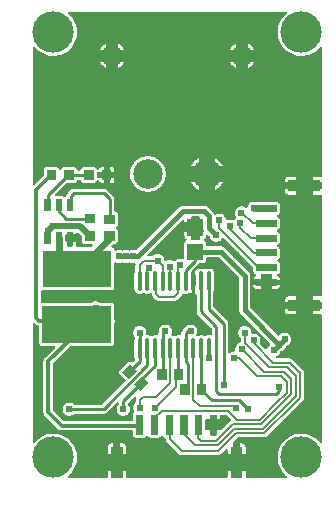
<source format=gbl>
G04 Layer: BottomLayer*
G04 EasyEDA v6.4.20.6, 2021-08-14T17:17:54+08:00*
G04 75774476de7741c18b808344251b3932,34bb6763e28e4bbdb854ef51fa08daf4,10*
G04 Gerber Generator version 0.2*
G04 Scale: 100 percent, Rotated: No, Reflected: No *
G04 Dimensions in millimeters *
G04 leading zeros omitted , absolute positions ,4 integer and 5 decimal *
%FSLAX45Y45*%
%MOMM*%

%ADD10C,0.2540*%
%ADD11C,0.2000*%
%ADD12C,0.6000*%
%ADD13C,0.5000*%
%ADD14C,0.4000*%
%ADD15C,0.6096*%
%ADD27C,2.5000*%
%ADD28C,1.8000*%
%ADD29C,3.5000*%
%ADD30C,0.3000*%
%ADD31C,0.3640*%
%ADD32R,1.3500X1.4100*%
%ADD35R,0.8640X0.8065*%
%ADD37R,5.8200X3.1240*%

%LPD*%
G36*
X-168960Y-2021230D02*
G01*
X-172821Y-2020468D01*
X-176123Y-2018284D01*
X-178358Y-2014982D01*
X-179120Y-2011070D01*
X-179120Y-1974748D01*
X-187909Y-1974748D01*
X-191820Y-1973986D01*
X-195122Y-1971802D01*
X-197307Y-1968500D01*
X-198069Y-1964588D01*
X-198069Y-1943862D01*
X-198983Y-1933702D01*
X-200253Y-1928926D01*
X-200609Y-1926336D01*
X-200609Y-1922221D01*
X-199847Y-1918309D01*
X-197612Y-1915058D01*
X-194310Y-1912823D01*
X-190449Y-1912061D01*
X-179120Y-1912061D01*
X-179120Y-1906473D01*
X-178155Y-1902206D01*
X-175463Y-1898700D01*
X-171602Y-1896668D01*
X-163322Y-1894433D01*
X-160985Y-1893366D01*
X-156667Y-1892401D01*
X-149098Y-1892401D01*
X-145186Y-1893163D01*
X-141884Y-1895398D01*
X-139700Y-1898700D01*
X-138938Y-1902561D01*
X-138938Y-1912061D01*
X-105613Y-1912061D01*
X-105613Y-1907844D01*
X-104851Y-1903984D01*
X-102616Y-1900682D01*
X-99314Y-1898446D01*
X-95453Y-1897684D01*
X-91541Y-1898446D01*
X-88239Y-1900682D01*
X-59385Y-1929536D01*
X-57200Y-1932838D01*
X-56388Y-1936750D01*
X-56388Y-1969262D01*
X-55676Y-1975612D01*
X-53797Y-1981047D01*
X-50698Y-1985975D01*
X-46634Y-1990039D01*
X-41706Y-1993138D01*
X-36271Y-1995068D01*
X-29921Y-1995779D01*
X21590Y-1995779D01*
X25450Y-1996541D01*
X28752Y-1998725D01*
X30937Y-2002028D01*
X31750Y-2005939D01*
X30937Y-2009800D01*
X28752Y-2013102D01*
X23571Y-2018284D01*
X20269Y-2020468D01*
X16408Y-2021230D01*
X-100279Y-2021230D01*
X-104495Y-2020316D01*
X-107950Y-2017775D01*
X-110032Y-2014016D01*
X-110388Y-2009749D01*
X-108254Y-2004618D01*
X-106324Y-1999183D01*
X-105613Y-1992833D01*
X-105613Y-1974748D01*
X-138938Y-1974748D01*
X-138938Y-2011070D01*
X-139700Y-2014982D01*
X-141884Y-2018284D01*
X-145186Y-2020468D01*
X-149098Y-2021230D01*
G37*

%LPD*%
G36*
X724966Y-2139645D02*
G01*
X721004Y-2139594D01*
X717397Y-2137968D01*
X713994Y-2135581D01*
X705053Y-2131466D01*
X695604Y-2128926D01*
X685800Y-2128062D01*
X675995Y-2128926D01*
X666546Y-2131466D01*
X657606Y-2135581D01*
X656132Y-2136648D01*
X652221Y-2138324D01*
X648004Y-2138222D01*
X644194Y-2136444D01*
X641400Y-2133244D01*
X640181Y-2129231D01*
X639673Y-2123795D01*
X637133Y-2114346D01*
X633018Y-2105406D01*
X627380Y-2097379D01*
X620420Y-2090420D01*
X612394Y-2084781D01*
X603453Y-2080666D01*
X594004Y-2078126D01*
X584200Y-2077262D01*
X574395Y-2078126D01*
X564946Y-2080666D01*
X556006Y-2084781D01*
X547979Y-2090420D01*
X543712Y-2094738D01*
X540410Y-2096922D01*
X536498Y-2097684D01*
X506374Y-2097684D01*
X502462Y-2096922D01*
X499160Y-2094738D01*
X496976Y-2091436D01*
X496214Y-2087524D01*
X496976Y-2083663D01*
X499160Y-2080361D01*
X790956Y-1788566D01*
X794258Y-1786382D01*
X798118Y-1785620D01*
X802030Y-1786382D01*
X805332Y-1788566D01*
X807516Y-1791868D01*
X808278Y-1795780D01*
X808278Y-1811223D01*
X861618Y-1811223D01*
X861618Y-1770583D01*
X862380Y-1766671D01*
X864565Y-1763369D01*
X867867Y-1761185D01*
X871778Y-1760423D01*
X931621Y-1760423D01*
X935532Y-1761185D01*
X938834Y-1763369D01*
X941019Y-1766671D01*
X941781Y-1770583D01*
X941781Y-1811223D01*
X959916Y-1811223D01*
X963828Y-1811985D01*
X967130Y-1814169D01*
X969314Y-1817471D01*
X970076Y-1821383D01*
X970127Y-1855978D01*
X971346Y-1864715D01*
X974039Y-1872742D01*
X977696Y-1879295D01*
X978966Y-1883308D01*
X978458Y-1887474D01*
X976325Y-1891080D01*
X972921Y-1893519D01*
X968806Y-1894382D01*
X941781Y-1894382D01*
X941781Y-1952243D01*
X941019Y-1956104D01*
X938834Y-1959406D01*
X935532Y-1961642D01*
X931621Y-1962404D01*
X871778Y-1962404D01*
X867867Y-1961642D01*
X864565Y-1959406D01*
X862380Y-1956104D01*
X861618Y-1952243D01*
X861618Y-1894382D01*
X808278Y-1894382D01*
X808278Y-1922729D01*
X808990Y-1929028D01*
X810920Y-1934514D01*
X814019Y-1939391D01*
X818083Y-1943506D01*
X823976Y-1947214D01*
X826922Y-1950008D01*
X828497Y-1953768D01*
X828497Y-1957832D01*
X826922Y-1961591D01*
X823976Y-1964385D01*
X818083Y-1968093D01*
X814019Y-1972208D01*
X810920Y-1977085D01*
X808990Y-1982571D01*
X808278Y-1988870D01*
X808278Y-2109470D01*
X807516Y-2113432D01*
X805230Y-2116734D01*
X801878Y-2118918D01*
X797915Y-2119630D01*
X784504Y-2116226D01*
X774700Y-2115362D01*
X764895Y-2116226D01*
X755446Y-2118766D01*
X746506Y-2122881D01*
X738479Y-2128520D01*
X728675Y-2138222D01*
G37*

%LPD*%
G36*
X1193546Y-2916275D02*
G01*
X1189126Y-2916072D01*
X1185214Y-2914040D01*
X1182573Y-2910586D01*
X1181608Y-2906268D01*
X1181608Y-2667508D01*
X1180795Y-2659481D01*
X1178610Y-2652268D01*
X1175054Y-2645562D01*
X1169924Y-2639364D01*
X1058011Y-2527401D01*
X1055776Y-2524099D01*
X1055014Y-2520188D01*
X1055014Y-2395880D01*
X1056081Y-2391359D01*
X1057503Y-2388514D01*
X1059738Y-2380691D01*
X1060500Y-2372156D01*
X1060500Y-2235250D01*
X1059738Y-2226716D01*
X1057503Y-2218893D01*
X1053846Y-2211628D01*
X1048969Y-2205126D01*
X1042974Y-2199640D01*
X1036015Y-2195372D01*
X1028446Y-2192426D01*
X1020470Y-2190902D01*
X1012342Y-2190902D01*
X1004316Y-2192426D01*
X996746Y-2195372D01*
X989228Y-2199995D01*
X985774Y-2201367D01*
X982014Y-2201367D01*
X978560Y-2199995D01*
X971042Y-2195372D01*
X963472Y-2192426D01*
X955446Y-2190902D01*
X947318Y-2190902D01*
X939342Y-2192426D01*
X931773Y-2195372D01*
X924255Y-2199995D01*
X920750Y-2201367D01*
X917041Y-2201367D01*
X913536Y-2199995D01*
X909828Y-2197709D01*
X907135Y-2195271D01*
X905459Y-2192020D01*
X905052Y-2188413D01*
X905916Y-2184908D01*
X907999Y-2181910D01*
X928624Y-2161235D01*
X930554Y-2158898D01*
X934059Y-2156206D01*
X938428Y-2155190D01*
X968654Y-2155190D01*
X974953Y-2154478D01*
X980389Y-2152599D01*
X985316Y-2149500D01*
X989380Y-2145436D01*
X992479Y-2140508D01*
X994410Y-2135073D01*
X995121Y-2128723D01*
X995121Y-2114854D01*
X995883Y-2110994D01*
X998067Y-2107692D01*
X1001369Y-2105456D01*
X1005281Y-2104694D01*
X1095756Y-2104694D01*
X1099667Y-2105456D01*
X1102969Y-2107692D01*
X1271930Y-2276652D01*
X1274114Y-2279954D01*
X1274876Y-2283815D01*
X1274927Y-2554478D01*
X1276146Y-2563215D01*
X1278839Y-2571242D01*
X1282954Y-2578608D01*
X1288694Y-2585516D01*
X1533906Y-2830728D01*
X1536293Y-2834436D01*
X1536852Y-2838805D01*
X1535531Y-2843022D01*
X1532585Y-2846273D01*
X1530908Y-2847441D01*
X1523949Y-2854350D01*
X1518310Y-2862427D01*
X1514144Y-2871317D01*
X1512976Y-2875737D01*
X1511046Y-2879496D01*
X1507794Y-2882188D01*
X1503680Y-2883255D01*
X1499514Y-2882595D01*
X1495958Y-2880309D01*
X1452321Y-2836672D01*
X1450340Y-2833776D01*
X1449425Y-2830372D01*
X1449730Y-2826867D01*
X1452473Y-2816504D01*
X1453337Y-2806700D01*
X1452473Y-2796895D01*
X1449933Y-2787446D01*
X1445818Y-2778506D01*
X1440180Y-2770479D01*
X1433220Y-2763520D01*
X1425194Y-2757881D01*
X1416253Y-2753766D01*
X1406804Y-2751226D01*
X1397000Y-2750362D01*
X1388059Y-2751124D01*
X1384096Y-2750718D01*
X1380642Y-2748788D01*
X1378153Y-2745689D01*
X1377035Y-2741879D01*
X1376273Y-2733395D01*
X1373733Y-2723946D01*
X1369618Y-2715006D01*
X1363980Y-2706979D01*
X1357020Y-2700020D01*
X1348994Y-2694381D01*
X1340053Y-2690266D01*
X1330604Y-2687726D01*
X1320800Y-2686862D01*
X1310995Y-2687726D01*
X1301546Y-2690266D01*
X1292606Y-2694381D01*
X1284579Y-2700020D01*
X1277620Y-2706979D01*
X1271981Y-2715006D01*
X1267866Y-2723946D01*
X1265326Y-2733395D01*
X1264462Y-2743200D01*
X1265326Y-2753004D01*
X1267866Y-2762453D01*
X1271981Y-2771394D01*
X1277620Y-2779420D01*
X1281938Y-2783687D01*
X1284122Y-2786989D01*
X1284884Y-2790901D01*
X1284884Y-2819806D01*
X1283919Y-2824073D01*
X1281277Y-2827578D01*
X1267206Y-2834081D01*
X1259179Y-2839720D01*
X1252220Y-2846679D01*
X1246581Y-2854706D01*
X1242466Y-2863646D01*
X1239926Y-2873095D01*
X1239062Y-2882900D01*
X1239824Y-2891840D01*
X1239418Y-2895803D01*
X1237488Y-2899257D01*
X1234389Y-2901746D01*
X1230579Y-2902864D01*
X1222095Y-2903626D01*
X1212646Y-2906166D01*
X1203706Y-2910281D01*
X1197610Y-2914599D01*
G37*

%LPD*%
G36*
X-207467Y-3489706D02*
G01*
X-211328Y-3488944D01*
X-214629Y-3486708D01*
X-299008Y-3402329D01*
X-301193Y-3399028D01*
X-302006Y-3395167D01*
X-302006Y-3005632D01*
X-301193Y-3001772D01*
X-299008Y-2998470D01*
X-159105Y-2858566D01*
X-155803Y-2856331D01*
X-151892Y-2855569D01*
X188823Y-2855569D01*
X195173Y-2854858D01*
X200609Y-2852978D01*
X205536Y-2849880D01*
X209600Y-2845765D01*
X212699Y-2840888D01*
X214579Y-2835402D01*
X215290Y-2829102D01*
X215290Y-2669184D01*
X215646Y-2666542D01*
X218033Y-2657602D01*
X218897Y-2647797D01*
X218033Y-2637993D01*
X215646Y-2629052D01*
X215290Y-2626410D01*
X215290Y-2517851D01*
X214579Y-2511501D01*
X212699Y-2506065D01*
X209600Y-2501138D01*
X205536Y-2497074D01*
X200609Y-2493975D01*
X195173Y-2492095D01*
X188823Y-2491384D01*
X98450Y-2491384D01*
X95402Y-2490876D01*
X92608Y-2489504D01*
X85598Y-2484577D01*
X76657Y-2480462D01*
X67208Y-2477922D01*
X57404Y-2477058D01*
X47599Y-2477922D01*
X38150Y-2480462D01*
X29209Y-2484577D01*
X22199Y-2489504D01*
X19405Y-2490876D01*
X16357Y-2491384D01*
X-392023Y-2491384D01*
X-396494Y-2490978D01*
X-400202Y-2488895D01*
X-402691Y-2485440D01*
X-403606Y-2481275D01*
X-403606Y-2395524D01*
X-402691Y-2391359D01*
X-400202Y-2387955D01*
X-396494Y-2385872D01*
X-392023Y-2385466D01*
X188823Y-2385466D01*
X195173Y-2384755D01*
X200609Y-2382824D01*
X205486Y-2379776D01*
X209600Y-2375662D01*
X212699Y-2370785D01*
X214579Y-2365298D01*
X215290Y-2358999D01*
X215290Y-2155799D01*
X216103Y-2151837D01*
X218389Y-2148484D01*
X221843Y-2146350D01*
X225806Y-2145639D01*
X229768Y-2146604D01*
X239014Y-2150922D01*
X248513Y-2153462D01*
X258317Y-2154326D01*
X268071Y-2153462D01*
X277571Y-2150922D01*
X284124Y-2147874D01*
X288391Y-2146909D01*
X292709Y-2147874D01*
X299212Y-2150922D01*
X308711Y-2153462D01*
X318516Y-2154326D01*
X328269Y-2153462D01*
X337769Y-2150922D01*
X344322Y-2147874D01*
X348589Y-2146909D01*
X352907Y-2147874D01*
X359460Y-2150922D01*
X368909Y-2153462D01*
X378714Y-2154326D01*
X385216Y-2153767D01*
X389077Y-2154174D01*
X392480Y-2156002D01*
X394970Y-2158949D01*
X396189Y-2162657D01*
X395376Y-2172614D01*
X395376Y-2206294D01*
X394309Y-2210816D01*
X390296Y-2218893D01*
X388112Y-2226716D01*
X387299Y-2235250D01*
X387299Y-2372156D01*
X388112Y-2380691D01*
X390296Y-2388514D01*
X393954Y-2395778D01*
X398830Y-2402281D01*
X404825Y-2407767D01*
X411784Y-2412034D01*
X419354Y-2414981D01*
X427329Y-2416454D01*
X435457Y-2416454D01*
X443484Y-2414981D01*
X451053Y-2412034D01*
X458571Y-2407412D01*
X462026Y-2406040D01*
X465785Y-2406040D01*
X469239Y-2407412D01*
X476758Y-2412034D01*
X484327Y-2414981D01*
X492353Y-2416454D01*
X500481Y-2416454D01*
X508457Y-2414981D01*
X516026Y-2412034D01*
X520598Y-2409240D01*
X524408Y-2407818D01*
X528523Y-2408021D01*
X532180Y-2409850D01*
X534822Y-2412898D01*
X536041Y-2416810D01*
X536448Y-2420467D01*
X538734Y-2427579D01*
X542544Y-2434183D01*
X546404Y-2438654D01*
X571144Y-2463393D01*
X577392Y-2468473D01*
X584047Y-2471877D01*
X591413Y-2473858D01*
X597306Y-2474315D01*
X723392Y-2474315D01*
X731367Y-2473452D01*
X738479Y-2471166D01*
X745083Y-2467356D01*
X749554Y-2463495D01*
X781405Y-2431643D01*
X786434Y-2425446D01*
X790448Y-2417521D01*
X792683Y-2414574D01*
X795832Y-2412593D01*
X799490Y-2411933D01*
X803198Y-2412593D01*
X809345Y-2414981D01*
X817321Y-2416454D01*
X825449Y-2416454D01*
X833475Y-2414981D01*
X841044Y-2412034D01*
X848563Y-2407412D01*
X852017Y-2406040D01*
X855776Y-2406040D01*
X859231Y-2407412D01*
X866749Y-2412034D01*
X870966Y-2413660D01*
X870966Y-2352446D01*
X868070Y-2350160D01*
X866190Y-2347061D01*
X865530Y-2343454D01*
X865530Y-2263952D01*
X866190Y-2260346D01*
X868070Y-2257247D01*
X870966Y-2254961D01*
X870966Y-2223160D01*
X871728Y-2219248D01*
X873912Y-2215997D01*
X884529Y-2205380D01*
X887780Y-2203196D01*
X891692Y-2202434D01*
X895553Y-2203196D01*
X898855Y-2205380D01*
X901090Y-2208682D01*
X901852Y-2212594D01*
X901852Y-2254961D01*
X904748Y-2257196D01*
X906627Y-2260346D01*
X907287Y-2263952D01*
X907287Y-2343454D01*
X906627Y-2347061D01*
X904748Y-2350160D01*
X901852Y-2352446D01*
X901852Y-2414270D01*
X902919Y-2414066D01*
X906729Y-2414879D01*
X909980Y-2417114D01*
X912114Y-2420366D01*
X912876Y-2424226D01*
X912876Y-2563876D01*
X913688Y-2571902D01*
X915873Y-2579116D01*
X919429Y-2585821D01*
X924560Y-2592019D01*
X1037894Y-2705404D01*
X1040130Y-2708706D01*
X1040892Y-2712618D01*
X1040892Y-2756712D01*
X1039926Y-2761030D01*
X1037234Y-2764536D01*
X1033271Y-2766517D01*
X1028852Y-2766669D01*
X1020470Y-2765145D01*
X1012342Y-2765145D01*
X1004316Y-2766618D01*
X996746Y-2769565D01*
X989228Y-2774188D01*
X985774Y-2775559D01*
X982014Y-2775559D01*
X978560Y-2774188D01*
X971042Y-2769565D01*
X963472Y-2766618D01*
X955446Y-2765145D01*
X947318Y-2765145D01*
X939342Y-2766618D01*
X931773Y-2769565D01*
X926134Y-2773019D01*
X922477Y-2774391D01*
X918565Y-2774289D01*
X914958Y-2772714D01*
X912266Y-2769870D01*
X910793Y-2766212D01*
X910844Y-2762300D01*
X916533Y-2749753D01*
X919073Y-2740304D01*
X919937Y-2730500D01*
X919073Y-2720695D01*
X916533Y-2711246D01*
X912418Y-2702306D01*
X906780Y-2694279D01*
X899820Y-2687320D01*
X891794Y-2681681D01*
X882853Y-2677566D01*
X873404Y-2675026D01*
X863600Y-2674162D01*
X853795Y-2675026D01*
X844346Y-2677566D01*
X835406Y-2681681D01*
X827379Y-2687320D01*
X820419Y-2694279D01*
X817422Y-2697886D01*
X810564Y-2703576D01*
X794512Y-2719628D01*
X789381Y-2725826D01*
X785825Y-2732532D01*
X783640Y-2739745D01*
X782828Y-2747772D01*
X782828Y-2757373D01*
X782066Y-2761183D01*
X779932Y-2764485D01*
X776681Y-2766669D01*
X772871Y-2767533D01*
X760476Y-2765145D01*
X752348Y-2765145D01*
X744321Y-2766618D01*
X736752Y-2769565D01*
X729234Y-2774188D01*
X725779Y-2775559D01*
X722020Y-2775559D01*
X718566Y-2774188D01*
X711047Y-2769565D01*
X704545Y-2767025D01*
X701090Y-2764790D01*
X698804Y-2761335D01*
X698093Y-2757271D01*
X699008Y-2753258D01*
X700633Y-2749753D01*
X703173Y-2740304D01*
X704037Y-2730500D01*
X703173Y-2720695D01*
X700633Y-2711246D01*
X696518Y-2702306D01*
X690880Y-2694279D01*
X683920Y-2687320D01*
X675894Y-2681681D01*
X666953Y-2677566D01*
X657504Y-2675026D01*
X647700Y-2674162D01*
X637895Y-2675026D01*
X628446Y-2677566D01*
X619506Y-2681681D01*
X611479Y-2687320D01*
X604520Y-2694279D01*
X598881Y-2702306D01*
X594766Y-2711246D01*
X592226Y-2720695D01*
X591362Y-2730500D01*
X591108Y-2736037D01*
X588568Y-2744317D01*
X587806Y-2752293D01*
X587806Y-2757322D01*
X587044Y-2761183D01*
X584860Y-2764434D01*
X581660Y-2766669D01*
X577799Y-2767482D01*
X565454Y-2765145D01*
X557326Y-2765145D01*
X549351Y-2766618D01*
X541782Y-2769565D01*
X534263Y-2774188D01*
X530758Y-2775559D01*
X527050Y-2775559D01*
X523544Y-2774188D01*
X516026Y-2769565D01*
X508457Y-2766618D01*
X500227Y-2765094D01*
X496824Y-2764891D01*
X492912Y-2763875D01*
X489661Y-2761437D01*
X487680Y-2757881D01*
X487222Y-2753868D01*
X488137Y-2743200D01*
X487273Y-2733395D01*
X484733Y-2723946D01*
X480618Y-2715006D01*
X474980Y-2706979D01*
X468020Y-2700020D01*
X459993Y-2694381D01*
X451053Y-2690266D01*
X441604Y-2687726D01*
X431800Y-2686862D01*
X421995Y-2687726D01*
X412546Y-2690266D01*
X403606Y-2694381D01*
X395579Y-2700020D01*
X388620Y-2706979D01*
X382981Y-2715006D01*
X378866Y-2723946D01*
X376326Y-2733395D01*
X375462Y-2743200D01*
X376326Y-2753004D01*
X378866Y-2762453D01*
X382981Y-2771394D01*
X389128Y-2779928D01*
X391414Y-2783433D01*
X392074Y-2787548D01*
X391058Y-2791612D01*
X390296Y-2793085D01*
X388112Y-2800908D01*
X387299Y-2809443D01*
X387299Y-2946349D01*
X388112Y-2954883D01*
X391871Y-2967736D01*
X391160Y-2971901D01*
X388874Y-2975406D01*
X373380Y-2990900D01*
X369925Y-2993186D01*
X365810Y-2993847D01*
X361797Y-2992882D01*
X356260Y-2990189D01*
X350621Y-2988919D01*
X344830Y-2988919D01*
X339191Y-2990189D01*
X334010Y-2992729D01*
X329031Y-2996692D01*
X266192Y-3059531D01*
X262229Y-3064510D01*
X259689Y-3069691D01*
X258419Y-3075330D01*
X258419Y-3081121D01*
X259689Y-3086760D01*
X262229Y-3091992D01*
X266192Y-3096971D01*
X309067Y-3139846D01*
X311302Y-3143148D01*
X312064Y-3147060D01*
X311302Y-3150920D01*
X309067Y-3154222D01*
X113995Y-3349294D01*
X110693Y-3351529D01*
X106781Y-3352292D01*
X-120091Y-3352292D01*
X-124002Y-3351529D01*
X-127304Y-3349294D01*
X-128879Y-3347720D01*
X-136906Y-3342081D01*
X-145846Y-3337966D01*
X-155295Y-3335426D01*
X-165100Y-3334562D01*
X-174904Y-3335426D01*
X-184353Y-3337966D01*
X-193294Y-3342081D01*
X-201320Y-3347720D01*
X-208279Y-3354679D01*
X-213918Y-3362706D01*
X-218033Y-3371646D01*
X-220573Y-3381095D01*
X-221437Y-3390900D01*
X-220573Y-3400704D01*
X-218033Y-3410153D01*
X-213918Y-3419094D01*
X-208279Y-3427120D01*
X-201320Y-3434079D01*
X-193294Y-3439718D01*
X-184353Y-3443833D01*
X-174904Y-3446373D01*
X-165100Y-3447237D01*
X-155295Y-3446373D01*
X-145846Y-3443833D01*
X-136906Y-3439718D01*
X-128879Y-3434079D01*
X-127304Y-3432505D01*
X-124002Y-3430270D01*
X-120091Y-3429508D01*
X126492Y-3429508D01*
X134518Y-3428695D01*
X141732Y-3426510D01*
X148437Y-3422954D01*
X154635Y-3417824D01*
X236169Y-3336340D01*
X239420Y-3334156D01*
X243332Y-3333394D01*
X247243Y-3334156D01*
X250494Y-3336340D01*
X252729Y-3339642D01*
X253492Y-3343554D01*
X253492Y-3345891D01*
X252729Y-3349802D01*
X250494Y-3353104D01*
X248920Y-3354679D01*
X243281Y-3362706D01*
X239166Y-3371646D01*
X236626Y-3381095D01*
X235762Y-3390900D01*
X236626Y-3400704D01*
X239166Y-3410153D01*
X243281Y-3419094D01*
X248920Y-3427120D01*
X255879Y-3434079D01*
X263906Y-3439718D01*
X272846Y-3443833D01*
X282295Y-3446373D01*
X292100Y-3447237D01*
X301904Y-3446373D01*
X311353Y-3443833D01*
X320294Y-3439718D01*
X328320Y-3434079D01*
X335280Y-3427120D01*
X340918Y-3419094D01*
X345033Y-3410153D01*
X347573Y-3400704D01*
X348437Y-3390900D01*
X347573Y-3381095D01*
X345033Y-3371646D01*
X340918Y-3362706D01*
X335280Y-3354679D01*
X333705Y-3353104D01*
X331470Y-3349802D01*
X330708Y-3344976D01*
X331470Y-3341115D01*
X333705Y-3337814D01*
X382778Y-3288741D01*
X386181Y-3286506D01*
X390194Y-3285744D01*
X394157Y-3286658D01*
X397459Y-3289046D01*
X399542Y-3292551D01*
X400100Y-3296615D01*
X398322Y-3301847D01*
X396341Y-3309213D01*
X395884Y-3315106D01*
X395884Y-3330498D01*
X395122Y-3334410D01*
X392938Y-3337712D01*
X388620Y-3341979D01*
X382981Y-3350006D01*
X378866Y-3358946D01*
X376326Y-3368395D01*
X375462Y-3378200D01*
X376326Y-3388004D01*
X378866Y-3397453D01*
X382981Y-3406394D01*
X385318Y-3410712D01*
X385622Y-3414268D01*
X384708Y-3417671D01*
X381355Y-3421887D01*
X378256Y-3426764D01*
X376377Y-3432251D01*
X375666Y-3438550D01*
X375666Y-3479546D01*
X374904Y-3483406D01*
X372668Y-3486708D01*
X369366Y-3488944D01*
X365506Y-3489706D01*
G37*

%LPD*%
G36*
X1045210Y-3621684D02*
G01*
X1041298Y-3620922D01*
X1038047Y-3618737D01*
X1035812Y-3615436D01*
X1035050Y-3611524D01*
X1035050Y-3571849D01*
X997559Y-3571849D01*
X993648Y-3571036D01*
X990346Y-3568852D01*
X988161Y-3565550D01*
X987399Y-3561689D01*
X987399Y-3484270D01*
X988161Y-3480409D01*
X990346Y-3477107D01*
X993648Y-3474923D01*
X997559Y-3474110D01*
X1035050Y-3474110D01*
X1035050Y-3449675D01*
X1035812Y-3445764D01*
X1038047Y-3442462D01*
X1041298Y-3440277D01*
X1045210Y-3439515D01*
X1067612Y-3439515D01*
X1071473Y-3440277D01*
X1074775Y-3442462D01*
X1076960Y-3445764D01*
X1077772Y-3449675D01*
X1077772Y-3474110D01*
X1112316Y-3474110D01*
X1112316Y-3449675D01*
X1113078Y-3445764D01*
X1115263Y-3442462D01*
X1118565Y-3440277D01*
X1122476Y-3439515D01*
X1161999Y-3439515D01*
X1165910Y-3440277D01*
X1169212Y-3442462D01*
X1199845Y-3473145D01*
X1202131Y-3476650D01*
X1202791Y-3480765D01*
X1201775Y-3484829D01*
X1199134Y-3488131D01*
X1193495Y-3492855D01*
X1117447Y-3568852D01*
X1114145Y-3571036D01*
X1110284Y-3571849D01*
X1077772Y-3571849D01*
X1077772Y-3604361D01*
X1076960Y-3608222D01*
X1074775Y-3611524D01*
X1067612Y-3618737D01*
X1064310Y-3620922D01*
X1060399Y-3621684D01*
G37*

%LPD*%
G36*
X-167284Y-3974084D02*
G01*
X-171399Y-3973220D01*
X-174802Y-3970782D01*
X-176936Y-3967175D01*
X-177444Y-3963009D01*
X-176225Y-3959047D01*
X-173482Y-3955846D01*
X-170434Y-3953560D01*
X-156260Y-3940352D01*
X-143357Y-3925773D01*
X-131978Y-3910076D01*
X-122123Y-3893362D01*
X-113944Y-3875735D01*
X-107492Y-3857447D01*
X-102870Y-3838600D01*
X-100025Y-3819398D01*
X-99110Y-3799992D01*
X-100025Y-3780586D01*
X-102870Y-3761384D01*
X-107492Y-3742537D01*
X-113944Y-3724249D01*
X-122123Y-3706622D01*
X-131978Y-3689908D01*
X-143357Y-3674211D01*
X-156260Y-3659682D01*
X-170434Y-3646474D01*
X-185877Y-3634689D01*
X-202387Y-3624427D01*
X-219760Y-3615842D01*
X-237896Y-3608933D01*
X-256641Y-3603853D01*
X-275793Y-3600551D01*
X-295148Y-3599179D01*
X-314553Y-3599637D01*
X-333806Y-3601974D01*
X-352755Y-3606139D01*
X-371246Y-3612134D01*
X-389026Y-3619906D01*
X-405993Y-3629355D01*
X-421995Y-3640378D01*
X-436829Y-3652875D01*
X-450392Y-3666794D01*
X-456031Y-3673805D01*
X-459232Y-3676446D01*
X-463194Y-3677564D01*
X-467309Y-3677005D01*
X-470865Y-3674872D01*
X-473252Y-3671519D01*
X-474065Y-3667455D01*
X-474065Y-2668981D01*
X-473303Y-2665120D01*
X-471119Y-2661818D01*
X-467817Y-2659583D01*
X-463905Y-2658821D01*
X-460044Y-2659583D01*
X-456742Y-2661818D01*
X-448360Y-2670149D01*
X-441807Y-2675585D01*
X-434746Y-2679344D01*
X-425805Y-2681986D01*
X-421995Y-2684068D01*
X-419404Y-2687523D01*
X-418490Y-2691739D01*
X-418490Y-2829102D01*
X-417779Y-2835402D01*
X-415899Y-2840888D01*
X-412800Y-2845765D01*
X-408686Y-2849880D01*
X-403809Y-2852978D01*
X-398373Y-2854858D01*
X-392023Y-2855569D01*
X-296367Y-2855569D01*
X-292455Y-2856331D01*
X-289153Y-2858566D01*
X-286969Y-2861868D01*
X-286207Y-2865729D01*
X-286969Y-2869641D01*
X-289153Y-2872943D01*
X-371449Y-2955239D01*
X-376885Y-2961792D01*
X-380644Y-2968853D01*
X-382981Y-2976524D01*
X-383794Y-2985008D01*
X-383794Y-3415792D01*
X-382981Y-3424275D01*
X-380644Y-3431946D01*
X-376885Y-3439007D01*
X-371449Y-3445560D01*
X-257860Y-3559149D01*
X-251307Y-3564585D01*
X-244246Y-3568344D01*
X-236575Y-3570681D01*
X-228092Y-3571494D01*
X365506Y-3571494D01*
X369366Y-3572306D01*
X372668Y-3574491D01*
X374904Y-3577793D01*
X375666Y-3581654D01*
X375666Y-3607409D01*
X376377Y-3613708D01*
X378256Y-3619195D01*
X381355Y-3624072D01*
X385470Y-3628186D01*
X390347Y-3631285D01*
X395833Y-3633165D01*
X402132Y-3633876D01*
X461009Y-3633876D01*
X467309Y-3633165D01*
X472795Y-3631285D01*
X477672Y-3628186D01*
X481787Y-3624072D01*
X485444Y-3618229D01*
X488238Y-3615283D01*
X491998Y-3613708D01*
X496062Y-3613708D01*
X499821Y-3615283D01*
X502666Y-3618229D01*
X506323Y-3624072D01*
X510438Y-3628186D01*
X515315Y-3631285D01*
X520801Y-3633165D01*
X527100Y-3633876D01*
X585978Y-3633876D01*
X592277Y-3633165D01*
X597763Y-3631285D01*
X602640Y-3628186D01*
X606755Y-3624072D01*
X610412Y-3618229D01*
X613206Y-3615283D01*
X616966Y-3613708D01*
X621030Y-3613708D01*
X624789Y-3615283D01*
X627634Y-3618229D01*
X631291Y-3624072D01*
X635406Y-3628186D01*
X640283Y-3631285D01*
X643077Y-3632250D01*
X646633Y-3634384D01*
X649020Y-3637787D01*
X649884Y-3641851D01*
X649884Y-3644392D01*
X650748Y-3652367D01*
X653034Y-3659479D01*
X656844Y-3666083D01*
X660704Y-3670554D01*
X761644Y-3771493D01*
X767892Y-3776573D01*
X774547Y-3779977D01*
X781913Y-3781958D01*
X787806Y-3782415D01*
X1091692Y-3782415D01*
X1099667Y-3781551D01*
X1106779Y-3779265D01*
X1113383Y-3775456D01*
X1117854Y-3771595D01*
X1158138Y-3731361D01*
X1161440Y-3729126D01*
X1165352Y-3728364D01*
X1169212Y-3729126D01*
X1172514Y-3731361D01*
X1174699Y-3734612D01*
X1175512Y-3738524D01*
X1175512Y-3769156D01*
X1220063Y-3769156D01*
X1220063Y-3673652D01*
X1220825Y-3669741D01*
X1223010Y-3666439D01*
X1256487Y-3632962D01*
X1259789Y-3630777D01*
X1263700Y-3630015D01*
X1485392Y-3630015D01*
X1493367Y-3629151D01*
X1500479Y-3626865D01*
X1507083Y-3623056D01*
X1511554Y-3619195D01*
X1815693Y-3315055D01*
X1820773Y-3308807D01*
X1824177Y-3302152D01*
X1826158Y-3294786D01*
X1826615Y-3288893D01*
X1826615Y-3086608D01*
X1825752Y-3078632D01*
X1823466Y-3071520D01*
X1819656Y-3064916D01*
X1815795Y-3060446D01*
X1727555Y-2972206D01*
X1721307Y-2967126D01*
X1714652Y-2963722D01*
X1707286Y-2961741D01*
X1701393Y-2961284D01*
X1594154Y-2961284D01*
X1590294Y-2960522D01*
X1587042Y-2958388D01*
X1584807Y-2955188D01*
X1583994Y-2951378D01*
X1584655Y-2947517D01*
X1586687Y-2944215D01*
X1589836Y-2941929D01*
X1595272Y-2939389D01*
X1603349Y-2933750D01*
X1610258Y-2926791D01*
X1615897Y-2918764D01*
X1620062Y-2909874D01*
X1621129Y-2905963D01*
X1622602Y-2902762D01*
X1625092Y-2900273D01*
X1628292Y-2898800D01*
X1632153Y-2897733D01*
X1641093Y-2893618D01*
X1649120Y-2887980D01*
X1656080Y-2881020D01*
X1661718Y-2872994D01*
X1665833Y-2864053D01*
X1666849Y-2860294D01*
X1668373Y-2857093D01*
X1670862Y-2854604D01*
X1674063Y-2853131D01*
X1677822Y-2852115D01*
X1686712Y-2847949D01*
X1694789Y-2842310D01*
X1701698Y-2835351D01*
X1707337Y-2827324D01*
X1711502Y-2818434D01*
X1714042Y-2808935D01*
X1714906Y-2799130D01*
X1714042Y-2789377D01*
X1711502Y-2779877D01*
X1707337Y-2770987D01*
X1701698Y-2762910D01*
X1694789Y-2756001D01*
X1686712Y-2750362D01*
X1677822Y-2746197D01*
X1668322Y-2743657D01*
X1658569Y-2742793D01*
X1648764Y-2743657D01*
X1639265Y-2746197D01*
X1630375Y-2750362D01*
X1622348Y-2756001D01*
X1615389Y-2762910D01*
X1614322Y-2764434D01*
X1611071Y-2767431D01*
X1606905Y-2768752D01*
X1602536Y-2768142D01*
X1598828Y-2765806D01*
X1369669Y-2536647D01*
X1367485Y-2533345D01*
X1366723Y-2529484D01*
X1366672Y-2258822D01*
X1365453Y-2250084D01*
X1362760Y-2242058D01*
X1358646Y-2234692D01*
X1352905Y-2227783D01*
X1150162Y-2025091D01*
X1143152Y-2019807D01*
X1135583Y-2016048D01*
X1127404Y-2013712D01*
X1118514Y-2012899D01*
X1005281Y-2012899D01*
X1001369Y-2012137D01*
X998067Y-2009902D01*
X995883Y-2006600D01*
X995121Y-2002739D01*
X995121Y-1988870D01*
X994410Y-1982571D01*
X992479Y-1977085D01*
X989380Y-1972208D01*
X985316Y-1968093D01*
X979424Y-1964385D01*
X976477Y-1961591D01*
X974902Y-1957832D01*
X974902Y-1953768D01*
X976477Y-1950008D01*
X979424Y-1947214D01*
X985316Y-1943506D01*
X989380Y-1939391D01*
X992479Y-1934514D01*
X994359Y-1929079D01*
X995171Y-1921713D01*
X996238Y-1918055D01*
X998626Y-1915109D01*
X1001877Y-1913178D01*
X1005636Y-1912620D01*
X1009345Y-1913432D01*
X1012444Y-1915566D01*
X1021943Y-1925066D01*
X1023569Y-1927199D01*
X1024585Y-1929638D01*
X1026566Y-1936953D01*
X1030681Y-1945893D01*
X1036319Y-1953920D01*
X1043279Y-1960880D01*
X1051306Y-1966518D01*
X1060246Y-1970633D01*
X1069695Y-1973173D01*
X1079500Y-1974037D01*
X1089304Y-1973173D01*
X1098753Y-1970633D01*
X1107694Y-1966518D01*
X1115720Y-1960880D01*
X1122680Y-1953920D01*
X1128572Y-1945487D01*
X1131824Y-1942541D01*
X1135989Y-1941220D01*
X1140358Y-1941779D01*
X1144066Y-1944166D01*
X1391208Y-2191258D01*
X1393393Y-2194560D01*
X1394155Y-2198471D01*
X1394155Y-2222906D01*
X1394866Y-2229205D01*
X1396796Y-2234692D01*
X1399895Y-2239568D01*
X1403959Y-2243683D01*
X1409801Y-2247341D01*
X1412748Y-2250186D01*
X1414373Y-2253894D01*
X1414373Y-2258009D01*
X1412748Y-2261717D01*
X1409801Y-2264562D01*
X1403959Y-2268220D01*
X1399895Y-2272334D01*
X1396796Y-2277211D01*
X1394866Y-2282698D01*
X1394155Y-2288997D01*
X1394155Y-2297074D01*
X1456232Y-2297074D01*
X1456232Y-2259533D01*
X1456994Y-2255672D01*
X1459230Y-2252370D01*
X1462481Y-2250135D01*
X1466392Y-2249373D01*
X1543761Y-2249373D01*
X1547672Y-2250135D01*
X1550974Y-2252370D01*
X1553159Y-2255672D01*
X1553921Y-2259533D01*
X1553921Y-2297074D01*
X1615998Y-2297074D01*
X1615998Y-2288997D01*
X1615287Y-2282698D01*
X1613357Y-2277211D01*
X1610309Y-2272334D01*
X1606194Y-2268220D01*
X1600352Y-2264562D01*
X1597406Y-2261717D01*
X1595780Y-2258009D01*
X1595780Y-2253894D01*
X1597406Y-2250186D01*
X1600352Y-2247341D01*
X1606194Y-2243683D01*
X1610309Y-2239568D01*
X1613357Y-2234692D01*
X1615287Y-2229205D01*
X1615998Y-2222906D01*
X1615998Y-2164029D01*
X1615287Y-2157730D01*
X1613357Y-2152243D01*
X1610309Y-2147366D01*
X1606194Y-2143252D01*
X1600352Y-2139594D01*
X1597406Y-2136749D01*
X1595780Y-2133041D01*
X1595780Y-2128926D01*
X1597406Y-2125218D01*
X1600352Y-2122373D01*
X1606194Y-2118715D01*
X1610309Y-2114600D01*
X1613357Y-2109724D01*
X1615287Y-2104237D01*
X1615998Y-2097938D01*
X1615998Y-2039061D01*
X1615287Y-2032762D01*
X1613357Y-2027275D01*
X1610309Y-2022398D01*
X1606194Y-2018284D01*
X1600301Y-2014626D01*
X1597355Y-2011781D01*
X1595780Y-2008022D01*
X1595780Y-2003958D01*
X1597355Y-2000199D01*
X1600301Y-1997405D01*
X1606194Y-1993696D01*
X1610309Y-1989632D01*
X1613357Y-1984705D01*
X1615287Y-1979269D01*
X1615998Y-1972919D01*
X1615998Y-1914093D01*
X1615287Y-1907743D01*
X1613357Y-1902307D01*
X1610309Y-1897380D01*
X1606194Y-1893316D01*
X1600301Y-1889607D01*
X1597355Y-1886813D01*
X1595780Y-1883054D01*
X1595780Y-1878990D01*
X1597355Y-1875231D01*
X1600301Y-1872386D01*
X1606194Y-1868728D01*
X1610309Y-1864614D01*
X1613357Y-1859737D01*
X1615287Y-1854250D01*
X1615998Y-1847951D01*
X1615998Y-1789074D01*
X1615287Y-1782775D01*
X1613357Y-1777288D01*
X1610309Y-1772412D01*
X1606194Y-1768297D01*
X1600403Y-1764639D01*
X1597456Y-1761845D01*
X1595831Y-1758086D01*
X1595831Y-1754022D01*
X1597456Y-1750263D01*
X1600403Y-1747469D01*
X1606194Y-1743811D01*
X1610309Y-1739696D01*
X1613357Y-1734820D01*
X1615287Y-1729333D01*
X1615998Y-1723034D01*
X1615998Y-1664157D01*
X1615287Y-1657857D01*
X1613357Y-1652371D01*
X1610309Y-1647494D01*
X1606194Y-1643380D01*
X1601317Y-1640332D01*
X1595831Y-1638401D01*
X1589532Y-1637690D01*
X1421841Y-1637690D01*
X1417523Y-1636725D01*
X1416253Y-1636166D01*
X1406804Y-1633626D01*
X1397000Y-1632762D01*
X1387195Y-1633626D01*
X1377746Y-1636166D01*
X1368806Y-1640281D01*
X1360779Y-1645920D01*
X1353820Y-1652879D01*
X1348181Y-1660906D01*
X1344066Y-1669846D01*
X1341577Y-1679041D01*
X1339900Y-1682496D01*
X1337005Y-1685086D01*
X1333347Y-1686407D01*
X1329486Y-1686306D01*
X1325930Y-1684731D01*
X1320292Y-1680768D01*
X1311402Y-1676603D01*
X1301902Y-1674063D01*
X1292098Y-1673199D01*
X1282344Y-1674063D01*
X1272844Y-1676603D01*
X1263954Y-1680768D01*
X1255877Y-1686407D01*
X1248918Y-1693316D01*
X1243330Y-1701393D01*
X1239164Y-1710283D01*
X1236624Y-1719783D01*
X1235760Y-1729536D01*
X1236624Y-1739341D01*
X1239164Y-1748840D01*
X1243330Y-1757730D01*
X1245971Y-1761540D01*
X1247495Y-1764741D01*
X1247800Y-1768246D01*
X1246886Y-1771650D01*
X1244854Y-1774545D01*
X1239520Y-1779879D01*
X1233373Y-1788718D01*
X1230884Y-1791207D01*
X1227683Y-1792732D01*
X1224127Y-1793036D01*
X1220724Y-1792122D01*
X1213053Y-1788566D01*
X1203604Y-1786026D01*
X1193800Y-1785162D01*
X1183995Y-1786026D01*
X1173327Y-1788871D01*
X1169314Y-1789226D01*
X1165453Y-1788007D01*
X1162405Y-1785366D01*
X1160627Y-1781759D01*
X1157833Y-1771446D01*
X1153718Y-1762506D01*
X1148080Y-1754479D01*
X1141120Y-1747520D01*
X1133094Y-1741881D01*
X1124153Y-1737766D01*
X1114704Y-1735226D01*
X1104900Y-1734362D01*
X1095095Y-1735226D01*
X1085646Y-1737766D01*
X1076706Y-1741881D01*
X1074775Y-1743252D01*
X1071372Y-1744827D01*
X1067612Y-1745030D01*
X1064056Y-1743811D01*
X1061161Y-1741424D01*
X1059332Y-1738172D01*
X1057960Y-1734057D01*
X1053846Y-1726692D01*
X1048105Y-1719783D01*
X1009091Y-1680819D01*
X1002030Y-1675485D01*
X994460Y-1671726D01*
X986332Y-1669440D01*
X977442Y-1668576D01*
X798322Y-1668627D01*
X789584Y-1669846D01*
X781558Y-1672539D01*
X774192Y-1676654D01*
X767283Y-1682394D01*
X407416Y-2042261D01*
X404520Y-2044293D01*
X401116Y-2045207D01*
X397560Y-2044903D01*
X388518Y-2042464D01*
X378714Y-2041601D01*
X368909Y-2042464D01*
X359460Y-2045004D01*
X352907Y-2048052D01*
X348589Y-2049018D01*
X344322Y-2048052D01*
X337769Y-2045004D01*
X328269Y-2042464D01*
X318516Y-2041601D01*
X308711Y-2042464D01*
X299212Y-2045004D01*
X292709Y-2048052D01*
X288391Y-2049018D01*
X284124Y-2048052D01*
X277571Y-2045004D01*
X268071Y-2042464D01*
X258317Y-2041601D01*
X248513Y-2042464D01*
X239064Y-2045004D01*
X229057Y-2049729D01*
X225348Y-2050694D01*
X221538Y-2050186D01*
X218186Y-2048306D01*
X215747Y-2045360D01*
X212699Y-2035962D01*
X209600Y-2031034D01*
X205486Y-2026970D01*
X200609Y-2023872D01*
X197764Y-2022906D01*
X194259Y-2020773D01*
X191871Y-2017471D01*
X190957Y-2013508D01*
X191719Y-2009495D01*
X193954Y-2006092D01*
X207010Y-1993087D01*
X210312Y-1990852D01*
X214172Y-1990089D01*
X222250Y-1990089D01*
X228549Y-1989378D01*
X234035Y-1987499D01*
X238912Y-1984400D01*
X243027Y-1980285D01*
X246075Y-1975408D01*
X248005Y-1969922D01*
X248716Y-1963623D01*
X248716Y-1884781D01*
X248005Y-1878431D01*
X246075Y-1872996D01*
X243027Y-1868068D01*
X238912Y-1864004D01*
X237032Y-1862785D01*
X234086Y-1859991D01*
X232460Y-1856232D01*
X232460Y-1852168D01*
X234086Y-1848408D01*
X237032Y-1845614D01*
X238912Y-1844395D01*
X243027Y-1840331D01*
X246075Y-1835404D01*
X248005Y-1829968D01*
X248716Y-1823618D01*
X248716Y-1744776D01*
X248005Y-1738477D01*
X246075Y-1732991D01*
X243027Y-1728114D01*
X238912Y-1723999D01*
X234035Y-1720900D01*
X228549Y-1719021D01*
X225450Y-1718665D01*
X221894Y-1717598D01*
X218998Y-1715312D01*
X217068Y-1712214D01*
X216408Y-1708556D01*
X216408Y-1613408D01*
X215595Y-1605381D01*
X213410Y-1598168D01*
X209854Y-1591462D01*
X204724Y-1585264D01*
X154635Y-1535176D01*
X148437Y-1530045D01*
X141732Y-1526489D01*
X134518Y-1524304D01*
X126492Y-1523492D01*
X-126492Y-1523492D01*
X-134518Y-1524304D01*
X-141732Y-1526489D01*
X-148437Y-1530045D01*
X-154635Y-1535176D01*
X-179324Y-1559864D01*
X-184454Y-1566062D01*
X-188010Y-1572768D01*
X-190195Y-1579981D01*
X-191414Y-1584960D01*
X-193802Y-1587957D01*
X-201117Y-1592224D01*
X-204622Y-1593596D01*
X-208381Y-1593596D01*
X-211937Y-1592224D01*
X-215290Y-1590090D01*
X-220776Y-1588211D01*
X-227075Y-1587500D01*
X-276453Y-1587500D01*
X-280314Y-1586687D01*
X-283616Y-1584502D01*
X-285851Y-1581200D01*
X-286613Y-1577340D01*
X-285851Y-1573428D01*
X-283616Y-1570126D01*
X-195275Y-1481785D01*
X-191973Y-1479600D01*
X-188112Y-1478788D01*
X-126237Y-1478788D01*
X-119887Y-1478076D01*
X-114452Y-1476197D01*
X-109524Y-1473098D01*
X-105460Y-1469034D01*
X-102362Y-1464106D01*
X-100431Y-1458671D01*
X-99263Y-1453794D01*
X-96977Y-1450898D01*
X-93827Y-1448968D01*
X-90220Y-1448308D01*
X-74879Y-1448308D01*
X-71272Y-1448968D01*
X-68122Y-1450898D01*
X-65836Y-1453794D01*
X-64668Y-1458671D01*
X-62738Y-1464106D01*
X-59639Y-1469034D01*
X-55575Y-1473098D01*
X-50647Y-1476197D01*
X-45212Y-1478076D01*
X-38862Y-1478788D01*
X40640Y-1478788D01*
X46939Y-1478076D01*
X52425Y-1476197D01*
X57302Y-1473098D01*
X61417Y-1469034D01*
X64465Y-1464106D01*
X66598Y-1458061D01*
X68732Y-1454505D01*
X72136Y-1452067D01*
X76200Y-1451254D01*
X80264Y-1452067D01*
X83667Y-1454505D01*
X85801Y-1458061D01*
X87934Y-1464106D01*
X90982Y-1469034D01*
X95097Y-1473098D01*
X99974Y-1476197D01*
X105460Y-1478076D01*
X111760Y-1478788D01*
X125018Y-1478788D01*
X125018Y-1437640D01*
X77266Y-1437640D01*
X73355Y-1436878D01*
X70104Y-1434693D01*
X67868Y-1431391D01*
X67106Y-1427480D01*
X67106Y-1391920D01*
X67868Y-1388008D01*
X70104Y-1384706D01*
X73355Y-1382522D01*
X77266Y-1381760D01*
X125018Y-1381760D01*
X125018Y-1340612D01*
X111760Y-1340612D01*
X105460Y-1341323D01*
X99974Y-1343202D01*
X95097Y-1346301D01*
X90982Y-1350365D01*
X87934Y-1355293D01*
X85801Y-1361338D01*
X83667Y-1364894D01*
X80264Y-1367332D01*
X76200Y-1368145D01*
X72136Y-1367332D01*
X68732Y-1364894D01*
X66598Y-1361338D01*
X64465Y-1355293D01*
X61417Y-1350365D01*
X57302Y-1346301D01*
X52425Y-1343202D01*
X46939Y-1341323D01*
X40640Y-1340612D01*
X-38862Y-1340612D01*
X-45212Y-1341323D01*
X-50647Y-1343202D01*
X-55575Y-1346301D01*
X-59639Y-1350365D01*
X-62738Y-1355293D01*
X-64668Y-1360728D01*
X-65836Y-1365605D01*
X-68122Y-1368501D01*
X-71272Y-1370431D01*
X-74879Y-1371092D01*
X-90220Y-1371092D01*
X-93827Y-1370431D01*
X-96977Y-1368501D01*
X-99263Y-1365605D01*
X-100431Y-1360728D01*
X-102362Y-1355293D01*
X-105460Y-1350365D01*
X-109524Y-1346301D01*
X-114452Y-1343202D01*
X-119887Y-1341323D01*
X-126237Y-1340612D01*
X-205740Y-1340612D01*
X-212039Y-1341323D01*
X-217525Y-1343202D01*
X-222402Y-1346301D01*
X-226517Y-1350365D01*
X-229565Y-1355293D01*
X-231698Y-1361338D01*
X-233832Y-1364894D01*
X-237236Y-1367332D01*
X-241300Y-1368145D01*
X-245364Y-1367332D01*
X-248767Y-1364894D01*
X-250901Y-1361338D01*
X-253034Y-1355293D01*
X-256082Y-1350365D01*
X-260197Y-1346301D01*
X-265074Y-1343202D01*
X-270560Y-1341323D01*
X-276860Y-1340612D01*
X-356362Y-1340612D01*
X-362712Y-1341323D01*
X-368147Y-1343202D01*
X-373075Y-1346301D01*
X-377139Y-1350365D01*
X-380238Y-1355293D01*
X-382168Y-1360728D01*
X-382879Y-1367078D01*
X-382879Y-1413865D01*
X-383641Y-1417726D01*
X-385826Y-1421028D01*
X-456742Y-1491945D01*
X-460044Y-1494180D01*
X-463905Y-1494942D01*
X-467817Y-1494180D01*
X-471119Y-1491945D01*
X-473303Y-1488643D01*
X-474065Y-1484782D01*
X-474065Y-332536D01*
X-473252Y-328523D01*
X-470865Y-325120D01*
X-467309Y-322986D01*
X-463194Y-322427D01*
X-459232Y-323545D01*
X-456031Y-326186D01*
X-450392Y-333197D01*
X-436829Y-347116D01*
X-421995Y-359613D01*
X-405993Y-370636D01*
X-389026Y-380085D01*
X-371246Y-387858D01*
X-352755Y-393852D01*
X-333806Y-398018D01*
X-314553Y-400354D01*
X-295148Y-400812D01*
X-275793Y-399440D01*
X-256641Y-396138D01*
X-237896Y-391058D01*
X-219760Y-384200D01*
X-202387Y-375564D01*
X-185877Y-365353D01*
X-170434Y-353568D01*
X-156260Y-340309D01*
X-143357Y-325780D01*
X-131978Y-310083D01*
X-122123Y-293370D01*
X-113944Y-275742D01*
X-107492Y-257454D01*
X-102870Y-238607D01*
X-100025Y-219405D01*
X-99110Y-199999D01*
X-100025Y-180594D01*
X-102870Y-161391D01*
X-107492Y-142544D01*
X-113944Y-124256D01*
X-122123Y-106629D01*
X-131978Y-89916D01*
X-143357Y-74218D01*
X-156260Y-59690D01*
X-170434Y-46431D01*
X-173482Y-44145D01*
X-176225Y-40944D01*
X-177444Y-36982D01*
X-176936Y-32816D01*
X-174802Y-29209D01*
X-171399Y-26771D01*
X-167284Y-25908D01*
X1667357Y-25908D01*
X1671370Y-26720D01*
X1674774Y-29108D01*
X1676907Y-32562D01*
X1677517Y-36626D01*
X1676450Y-40589D01*
X1673910Y-43840D01*
X1663192Y-52882D01*
X1649628Y-66802D01*
X1637487Y-81940D01*
X1626819Y-98145D01*
X1617827Y-115366D01*
X1610512Y-133299D01*
X1604924Y-151942D01*
X1601216Y-170992D01*
X1599336Y-190296D01*
X1599336Y-209702D01*
X1601216Y-229006D01*
X1604924Y-248056D01*
X1610512Y-266700D01*
X1617827Y-284632D01*
X1626819Y-301853D01*
X1637487Y-318058D01*
X1649628Y-333197D01*
X1663192Y-347116D01*
X1678025Y-359613D01*
X1693976Y-370636D01*
X1710943Y-380085D01*
X1728774Y-387858D01*
X1747215Y-393852D01*
X1766163Y-398018D01*
X1785467Y-400354D01*
X1804873Y-400812D01*
X1824228Y-399440D01*
X1843328Y-396138D01*
X1862074Y-391058D01*
X1880209Y-384200D01*
X1897634Y-375564D01*
X1914143Y-365353D01*
X1929536Y-353568D01*
X1943760Y-340309D01*
X1956307Y-326136D01*
X1959559Y-323697D01*
X1963521Y-322732D01*
X1967534Y-323392D01*
X1970989Y-325526D01*
X1973275Y-328879D01*
X1974088Y-332892D01*
X1974088Y-1412951D01*
X1973224Y-1417116D01*
X1970684Y-1420520D01*
X1967026Y-1422654D01*
X1962810Y-1423060D01*
X1959508Y-1422704D01*
X1898954Y-1422704D01*
X1898954Y-1467256D01*
X1963928Y-1467256D01*
X1967839Y-1468018D01*
X1971141Y-1470253D01*
X1973325Y-1473504D01*
X1974088Y-1477416D01*
X1974088Y-1519783D01*
X1973325Y-1523695D01*
X1971141Y-1526997D01*
X1967839Y-1529181D01*
X1963928Y-1529943D01*
X1898954Y-1529943D01*
X1898954Y-1574495D01*
X1959508Y-1574495D01*
X1962810Y-1574139D01*
X1967026Y-1574546D01*
X1970684Y-1576679D01*
X1973224Y-1580083D01*
X1974088Y-1584248D01*
X1974088Y-2427681D01*
X1973224Y-2431846D01*
X1970684Y-2435250D01*
X1967026Y-2437384D01*
X1962810Y-2437790D01*
X1959508Y-2437434D01*
X1898954Y-2437434D01*
X1898954Y-2481986D01*
X1963928Y-2481986D01*
X1967839Y-2482748D01*
X1971141Y-2484983D01*
X1973325Y-2488234D01*
X1974088Y-2492146D01*
X1974088Y-2534513D01*
X1973325Y-2538425D01*
X1971141Y-2541727D01*
X1967839Y-2543911D01*
X1963928Y-2544673D01*
X1898954Y-2544673D01*
X1898954Y-2589225D01*
X1959508Y-2589225D01*
X1962810Y-2588869D01*
X1967026Y-2589276D01*
X1970684Y-2591409D01*
X1973224Y-2594813D01*
X1974088Y-2598978D01*
X1974088Y-3667099D01*
X1973275Y-3671112D01*
X1970989Y-3674465D01*
X1967534Y-3676599D01*
X1963521Y-3677259D01*
X1959559Y-3676294D01*
X1956307Y-3673856D01*
X1943760Y-3659682D01*
X1929536Y-3646474D01*
X1914143Y-3634689D01*
X1897634Y-3624427D01*
X1880209Y-3615842D01*
X1862074Y-3608933D01*
X1843328Y-3603853D01*
X1824228Y-3600551D01*
X1804873Y-3599179D01*
X1785467Y-3599637D01*
X1766163Y-3601974D01*
X1747215Y-3606139D01*
X1728774Y-3612134D01*
X1710943Y-3619906D01*
X1693976Y-3629355D01*
X1678025Y-3640378D01*
X1663192Y-3652875D01*
X1649628Y-3666794D01*
X1637487Y-3681933D01*
X1626819Y-3698138D01*
X1617827Y-3715359D01*
X1610512Y-3733342D01*
X1604924Y-3751935D01*
X1601216Y-3770985D01*
X1599336Y-3790289D01*
X1599336Y-3809695D01*
X1601216Y-3829050D01*
X1604924Y-3848100D01*
X1610512Y-3866692D01*
X1617827Y-3884676D01*
X1626819Y-3901846D01*
X1637487Y-3918102D01*
X1649628Y-3933240D01*
X1663192Y-3947109D01*
X1673910Y-3956151D01*
X1676450Y-3959402D01*
X1677517Y-3963365D01*
X1676907Y-3967429D01*
X1674774Y-3970934D01*
X1671370Y-3973271D01*
X1667357Y-3974084D01*
X1337462Y-3974084D01*
X1333601Y-3973322D01*
X1330299Y-3971137D01*
X1328064Y-3967835D01*
X1327302Y-3963924D01*
X1327302Y-3916832D01*
X1282750Y-3916832D01*
X1282750Y-3963924D01*
X1281988Y-3967835D01*
X1279753Y-3971137D01*
X1276451Y-3973322D01*
X1272590Y-3974084D01*
X1230223Y-3974084D01*
X1226312Y-3973322D01*
X1223010Y-3971137D01*
X1220825Y-3967835D01*
X1220063Y-3963924D01*
X1220063Y-3916832D01*
X1175512Y-3916832D01*
X1175512Y-3963924D01*
X1174699Y-3967835D01*
X1172514Y-3971137D01*
X1169212Y-3973322D01*
X1165352Y-3974084D01*
X322732Y-3974084D01*
X318871Y-3973322D01*
X315569Y-3971137D01*
X313334Y-3967835D01*
X312572Y-3963924D01*
X312572Y-3916832D01*
X268020Y-3916832D01*
X268020Y-3963924D01*
X267258Y-3967835D01*
X265023Y-3971137D01*
X261721Y-3973322D01*
X257860Y-3974084D01*
X215493Y-3974084D01*
X211582Y-3973322D01*
X208279Y-3971137D01*
X206095Y-3967835D01*
X205333Y-3963924D01*
X205333Y-3916832D01*
X160782Y-3916832D01*
X160782Y-3963924D01*
X159969Y-3967835D01*
X157784Y-3971137D01*
X154482Y-3973322D01*
X150622Y-3974084D01*
G37*

%LPC*%
G36*
X1282750Y-3769156D02*
G01*
X1327302Y-3769156D01*
X1327302Y-3708552D01*
X1326591Y-3702253D01*
X1324660Y-3696766D01*
X1321612Y-3691890D01*
X1317498Y-3687775D01*
X1312621Y-3684727D01*
X1307134Y-3682796D01*
X1300835Y-3682085D01*
X1282750Y-3682085D01*
G37*
G36*
X268020Y-3769156D02*
G01*
X312572Y-3769156D01*
X312572Y-3708552D01*
X311861Y-3702253D01*
X309930Y-3696766D01*
X306882Y-3691890D01*
X302768Y-3687775D01*
X297891Y-3684727D01*
X292404Y-3682796D01*
X286105Y-3682085D01*
X268020Y-3682085D01*
G37*
G36*
X160782Y-3769156D02*
G01*
X205333Y-3769156D01*
X205333Y-3682085D01*
X187248Y-3682085D01*
X180898Y-3682796D01*
X175463Y-3684727D01*
X170535Y-3687775D01*
X166471Y-3691890D01*
X163372Y-3696766D01*
X161493Y-3702253D01*
X160782Y-3708552D01*
G37*
G36*
X1690674Y-2589225D02*
G01*
X1751228Y-2589225D01*
X1751228Y-2544673D01*
X1664207Y-2544673D01*
X1664207Y-2562758D01*
X1664919Y-2569108D01*
X1666798Y-2574544D01*
X1669897Y-2579420D01*
X1673961Y-2583535D01*
X1678889Y-2586634D01*
X1684324Y-2588514D01*
G37*
G36*
X1664207Y-2481986D02*
G01*
X1751228Y-2481986D01*
X1751228Y-2437434D01*
X1690674Y-2437434D01*
X1684324Y-2438146D01*
X1678889Y-2440025D01*
X1673961Y-2443124D01*
X1669897Y-2447239D01*
X1666798Y-2452116D01*
X1664919Y-2457602D01*
X1664207Y-2463901D01*
G37*
G36*
X1553921Y-2374341D02*
G01*
X1589532Y-2374341D01*
X1595831Y-2373630D01*
X1601317Y-2371699D01*
X1606194Y-2368651D01*
X1610309Y-2364536D01*
X1613357Y-2359660D01*
X1615287Y-2354173D01*
X1615998Y-2347874D01*
X1615998Y-2339797D01*
X1553921Y-2339797D01*
G37*
G36*
X1420672Y-2374341D02*
G01*
X1456232Y-2374341D01*
X1456232Y-2339797D01*
X1394155Y-2339797D01*
X1394155Y-2347874D01*
X1394866Y-2354173D01*
X1396796Y-2359660D01*
X1399895Y-2364536D01*
X1403959Y-2368651D01*
X1408887Y-2371699D01*
X1414322Y-2373630D01*
G37*
G36*
X1690674Y-1574495D02*
G01*
X1751228Y-1574495D01*
X1751228Y-1529943D01*
X1664207Y-1529943D01*
X1664207Y-1548028D01*
X1664919Y-1554378D01*
X1666798Y-1559814D01*
X1669897Y-1564690D01*
X1673961Y-1568805D01*
X1678889Y-1571904D01*
X1684324Y-1573784D01*
G37*
G36*
X500024Y-1550873D02*
G01*
X516890Y-1549958D01*
X533603Y-1547114D01*
X549859Y-1542440D01*
X565505Y-1535938D01*
X580288Y-1527759D01*
X594106Y-1517954D01*
X606704Y-1506677D01*
X617982Y-1494078D01*
X627786Y-1480261D01*
X635965Y-1465478D01*
X642416Y-1449832D01*
X647141Y-1433576D01*
X649935Y-1416913D01*
X650900Y-1399997D01*
X649935Y-1383080D01*
X647141Y-1366418D01*
X642416Y-1350162D01*
X635965Y-1334516D01*
X627786Y-1319733D01*
X617982Y-1305915D01*
X606704Y-1293317D01*
X594106Y-1282039D01*
X580288Y-1272235D01*
X565505Y-1264056D01*
X549859Y-1257554D01*
X533603Y-1252880D01*
X516890Y-1250035D01*
X500024Y-1249121D01*
X483108Y-1250035D01*
X466445Y-1252880D01*
X450189Y-1257554D01*
X434543Y-1264056D01*
X419760Y-1272235D01*
X405942Y-1282039D01*
X393293Y-1293317D01*
X382066Y-1305915D01*
X372262Y-1319733D01*
X364083Y-1334516D01*
X357581Y-1350162D01*
X352907Y-1366418D01*
X350062Y-1383080D01*
X349097Y-1399997D01*
X350062Y-1416913D01*
X352907Y-1433576D01*
X357581Y-1449832D01*
X364083Y-1465478D01*
X372262Y-1480261D01*
X382066Y-1494078D01*
X393293Y-1506677D01*
X405942Y-1517954D01*
X419760Y-1527759D01*
X434543Y-1535938D01*
X450189Y-1542440D01*
X466445Y-1547114D01*
X483108Y-1549958D01*
G37*
G36*
X1068882Y-1534058D02*
G01*
X1080312Y-1527759D01*
X1094079Y-1517954D01*
X1106728Y-1506677D01*
X1118006Y-1494078D01*
X1127760Y-1480261D01*
X1134110Y-1468831D01*
X1068882Y-1468831D01*
G37*
G36*
X931164Y-1534058D02*
G01*
X931164Y-1468831D01*
X865936Y-1468831D01*
X872236Y-1480261D01*
X882040Y-1494078D01*
X893318Y-1506677D01*
X905916Y-1517954D01*
X919734Y-1527759D01*
G37*
G36*
X178054Y-1478788D02*
G01*
X191262Y-1478788D01*
X197612Y-1478076D01*
X203047Y-1476197D01*
X207975Y-1473098D01*
X212039Y-1469034D01*
X215138Y-1464106D01*
X217068Y-1458671D01*
X217779Y-1452321D01*
X217779Y-1437640D01*
X178054Y-1437640D01*
G37*
G36*
X1664207Y-1467256D02*
G01*
X1751228Y-1467256D01*
X1751228Y-1422704D01*
X1690674Y-1422704D01*
X1684324Y-1423416D01*
X1678889Y-1425295D01*
X1673961Y-1428394D01*
X1669897Y-1432509D01*
X1666798Y-1437386D01*
X1664919Y-1442872D01*
X1664207Y-1449171D01*
G37*
G36*
X178054Y-1381760D02*
G01*
X217779Y-1381760D01*
X217779Y-1367078D01*
X217068Y-1360728D01*
X215138Y-1355293D01*
X212039Y-1350365D01*
X207975Y-1346301D01*
X203047Y-1343202D01*
X197612Y-1341323D01*
X191262Y-1340612D01*
X178054Y-1340612D01*
G37*
G36*
X1068882Y-1331163D02*
G01*
X1134110Y-1331163D01*
X1127760Y-1319733D01*
X1118006Y-1305915D01*
X1106728Y-1293317D01*
X1094079Y-1282039D01*
X1080312Y-1272235D01*
X1068882Y-1265936D01*
G37*
G36*
X865936Y-1331163D02*
G01*
X931164Y-1331163D01*
X931164Y-1265936D01*
X919734Y-1272235D01*
X905916Y-1282039D01*
X893318Y-1293317D01*
X882040Y-1305915D01*
X872236Y-1319733D01*
G37*
G36*
X1248664Y-503732D02*
G01*
X1248664Y-451358D01*
X1196340Y-451358D01*
X1198473Y-455828D01*
X1206246Y-468122D01*
X1215542Y-479348D01*
X1226159Y-489305D01*
X1237894Y-497840D01*
G37*
G36*
X251358Y-503732D02*
G01*
X262128Y-497840D01*
X273862Y-489305D01*
X284480Y-479348D01*
X293776Y-468122D01*
X301548Y-455828D01*
X303682Y-451358D01*
X251358Y-451358D01*
G37*
G36*
X148640Y-503732D02*
G01*
X148640Y-451358D01*
X96367Y-451358D01*
X98450Y-455828D01*
X106273Y-468122D01*
X115519Y-479348D01*
X126136Y-489305D01*
X137922Y-497840D01*
G37*
G36*
X1351381Y-503732D02*
G01*
X1362100Y-497840D01*
X1373886Y-489305D01*
X1384503Y-479348D01*
X1393748Y-468122D01*
X1401572Y-455828D01*
X1403654Y-451358D01*
X1351381Y-451358D01*
G37*
G36*
X96367Y-348640D02*
G01*
X148640Y-348640D01*
X148640Y-296265D01*
X137922Y-302158D01*
X126136Y-310692D01*
X115519Y-320649D01*
X106273Y-331876D01*
X98450Y-344170D01*
G37*
G36*
X1351381Y-348640D02*
G01*
X1403654Y-348640D01*
X1401572Y-344170D01*
X1393748Y-331876D01*
X1384503Y-320649D01*
X1373886Y-310692D01*
X1362100Y-302158D01*
X1351381Y-296265D01*
G37*
G36*
X1196340Y-348640D02*
G01*
X1248664Y-348640D01*
X1248664Y-296265D01*
X1237894Y-302158D01*
X1226159Y-310692D01*
X1215542Y-320649D01*
X1206246Y-331876D01*
X1198473Y-344170D01*
G37*
G36*
X251358Y-348640D02*
G01*
X303682Y-348640D01*
X301548Y-344170D01*
X293776Y-331876D01*
X284480Y-320649D01*
X273862Y-310692D01*
X262128Y-302158D01*
X251358Y-296265D01*
G37*

%LPD*%
D11*
X1193800Y-1841500D02*
G01*
X1193800Y-1863699D01*
X1398600Y-2068499D01*
X1505079Y-2068499D01*
D10*
X821410Y-2877896D02*
G01*
X821410Y-2993110D01*
X838200Y-3009900D01*
X838200Y-3201598D01*
X813998Y-3225800D01*
D11*
X1231900Y-2959100D02*
G01*
X1270000Y-2959100D01*
X1422400Y-3111500D01*
X1625600Y-3111500D01*
X1676400Y-3162300D01*
X1676400Y-3251200D01*
X1587500Y-3340100D01*
D10*
X-165100Y-3390900D02*
G01*
X127000Y-3390900D01*
X496315Y-3021584D01*
X496315Y-2877820D01*
D14*
X258290Y-2097973D02*
G01*
X419100Y-2095500D01*
X800100Y-1714500D01*
X977900Y-1714500D01*
X1016000Y-1752600D01*
X1016000Y-1854200D01*
X1079500Y-1917700D01*
D30*
X-101597Y-2673456D02*
G01*
X-133454Y-2641600D01*
X-419100Y-2641600D01*
X-444500Y-2616200D01*
X-444500Y-1537563D01*
X-316636Y-1409700D01*
D11*
X1505204Y-2193544D02*
G01*
X1444244Y-2193544D01*
X1104900Y-1854200D01*
X1104900Y-1790700D01*
X1292097Y-1729562D02*
G01*
X1297762Y-1729562D01*
X1386718Y-1818518D01*
X1505079Y-1818518D01*
X1505079Y-1943508D02*
G01*
X1372008Y-1943508D01*
X1282700Y-1854200D01*
X1282700Y-1816100D01*
X1320800Y-2743200D02*
G01*
X1320800Y-2829333D01*
X1397000Y-2806700D02*
G01*
X1397000Y-2832100D01*
X1562100Y-2997200D01*
X1701800Y-2997200D01*
X1790700Y-3086100D01*
X1790700Y-3289300D01*
X1778000Y-3302000D01*
X1320800Y-2829305D02*
G01*
X1526794Y-3035300D01*
X1676400Y-3035300D01*
X1752600Y-3111500D01*
X1752600Y-3276600D01*
X1473200Y-3556000D01*
X1231900Y-3556000D01*
X1092200Y-3695700D01*
X901700Y-3695700D01*
X806450Y-3600450D01*
X806450Y-3522979D01*
X431292Y-2303779D02*
G01*
X431292Y-2172207D01*
X469900Y-2133600D01*
X584200Y-2133600D01*
D10*
X1346200Y-3390900D02*
G01*
X1270000Y-3314700D01*
X1042923Y-3314700D01*
X954023Y-3225800D01*
D11*
X758952Y-3100070D02*
G01*
X736600Y-3122421D01*
X736600Y-3200400D01*
X558800Y-3378200D01*
X556513Y-3522979D02*
G01*
X556513Y-3469386D01*
X622300Y-3403600D01*
X1016000Y-3403600D01*
X457200Y-3289300D02*
G01*
X571500Y-3289300D01*
X691387Y-3169412D01*
X691387Y-2877820D01*
X431800Y-3378200D02*
G01*
X431800Y-3314700D01*
X457200Y-3289300D01*
X1244600Y-3378200D02*
G01*
X1244600Y-3365500D01*
X939800Y-3365500D01*
X886460Y-3312160D01*
X886460Y-2877820D01*
D10*
X443199Y-3173699D02*
G01*
X292100Y-3324799D01*
X292100Y-3390900D01*
D11*
X681481Y-3522979D02*
G01*
X685800Y-3527297D01*
X685800Y-3644900D01*
X787400Y-3746500D01*
X1092200Y-3746500D01*
X1244600Y-3594100D01*
X1485900Y-3594100D01*
X1727200Y-3352800D01*
X1778000Y-3302000D01*
X1016000Y-3403600D02*
G01*
X1016000Y-3403600D01*
X1181100Y-3403600D01*
X1257300Y-3479800D01*
X1447800Y-3479800D01*
X1587500Y-3340100D01*
D10*
X951484Y-2303779D02*
G01*
X951484Y-2564384D01*
X1079500Y-2692400D01*
X1079500Y-3238500D01*
X1104900Y-3263900D01*
X1587500Y-3263900D01*
X1612900Y-3238500D01*
X1612900Y-3200400D01*
X886460Y-2303779D02*
G01*
X886460Y-2212339D01*
X914400Y-2184400D01*
X1117600Y-2184400D01*
X1231900Y-2298700D01*
X1231900Y-2425700D01*
D14*
X901700Y-2058794D02*
G01*
X1118994Y-2058794D01*
X1320800Y-2260600D01*
X1320800Y-2552700D01*
X1612900Y-2844800D01*
X1600200Y-2832100D01*
D10*
X1143000Y-3187700D02*
G01*
X1143000Y-2667000D01*
X1016408Y-2540408D01*
X1016408Y-2303703D01*
X821436Y-2303779D02*
G01*
X821436Y-2213863D01*
X901700Y-2133600D01*
X901700Y-2058670D01*
D14*
X1658556Y-2799143D02*
G01*
X1567116Y-2890583D01*
X1505204Y-1693671D02*
G01*
X1397000Y-1693671D01*
X1397000Y-1689100D01*
D30*
X431561Y-3522979D02*
G01*
X423941Y-3530600D01*
X-228600Y-3530600D01*
X-342900Y-3416300D01*
X-342900Y-2984500D01*
X-101597Y-2743197D01*
X-101597Y-2673456D01*
D12*
X190500Y-1930527D02*
G01*
X-88900Y-2209672D01*
X-254000Y-1943404D02*
G01*
X-254000Y-2050950D01*
X-101597Y-2203353D01*
X1917700Y-1219200D02*
G01*
X1879600Y-1181100D01*
X1104900Y-1181100D01*
X1000000Y-1285999D01*
X1000000Y-1399999D01*
X1917700Y-1384300D02*
G01*
X1917700Y-1219200D01*
D13*
X-348995Y-1943354D02*
G01*
X-348995Y-1885695D01*
X-348995Y-1885695D02*
G01*
X-348995Y-1885695D01*
X-304800Y-1841500D01*
X-304800Y-1841500D02*
G01*
X-304800Y-1841500D01*
X-243425Y-1841500D01*
X-243425Y-1841500D02*
G01*
X-182598Y-1841500D01*
X-182598Y-1841500D02*
G01*
X-75437Y-1841500D01*
X12700Y-1929637D01*
D10*
X-254000Y-1663395D02*
G01*
X-254000Y-1714500D01*
X-189636Y-1778863D01*
X12700Y-1778863D01*
X-159004Y-1663395D02*
G01*
X-152400Y-1656791D01*
X-152400Y-1587500D01*
X-127000Y-1562100D01*
X127000Y-1562100D01*
X177800Y-1612900D01*
X177800Y-1784197D01*
X863Y-1409700D02*
G01*
X-165963Y-1409700D01*
X-348995Y-1663395D02*
G01*
X-348995Y-1580895D01*
X-177800Y-1409700D01*
X-165963Y-1409700D01*
D11*
X496392Y-2303703D02*
G01*
X496392Y-2197100D01*
X508000Y-2197100D01*
X1295400Y-2882900D02*
G01*
X1485900Y-3073400D01*
X1651000Y-3073400D01*
X1714500Y-3136900D01*
X1714500Y-3263900D01*
X1460500Y-3517900D01*
X1219200Y-3517900D01*
X1079500Y-3657600D01*
X952500Y-3657600D01*
X927100Y-3632200D01*
X927100Y-3527300D01*
X931415Y-3522979D01*
X626386Y-2303703D02*
G01*
X626386Y-2175786D01*
X584200Y-2133600D01*
X561390Y-2303703D02*
G01*
X571500Y-2313812D01*
X571500Y-2413000D01*
X596900Y-2438400D01*
X723900Y-2438400D01*
X756412Y-2405887D01*
X756412Y-2303703D01*
X691387Y-2303779D02*
G01*
X691387Y-2184400D01*
X685800Y-2184400D01*
X756412Y-2303779D02*
G01*
X756412Y-2171700D01*
X774700Y-2171700D01*
D10*
X821436Y-2877820D02*
G01*
X821436Y-2747263D01*
X838200Y-2730500D01*
X863600Y-2730500D01*
X626389Y-2877896D02*
G01*
X626389Y-2751810D01*
X647700Y-2730500D01*
X431800Y-2743200D02*
G01*
X431292Y-2877820D01*
X1016507Y-2877820D02*
G01*
X1016000Y-2959100D01*
X626363Y-2877820D02*
G01*
X626363Y-3100070D01*
X618997Y-3100070D01*
X951407Y-2877896D02*
G01*
X954003Y-2880492D01*
X954003Y-3225800D01*
X756412Y-2877896D02*
G01*
X759002Y-2880487D01*
X759002Y-3100001D01*
X431393Y-2877896D02*
G01*
X431393Y-2987507D01*
X344200Y-3074700D01*
X561339Y-2877820D02*
G01*
X558800Y-2880613D01*
X558800Y-3022600D01*
X443229Y-3138170D01*
X443229Y-3173729D01*
D31*
X431393Y-2372603D02*
G01*
X431393Y-2234803D01*
X496392Y-2372603D02*
G01*
X496392Y-2234803D01*
X561390Y-2372603D02*
G01*
X561390Y-2234803D01*
X626389Y-2372603D02*
G01*
X626389Y-2234803D01*
X691413Y-2372603D02*
G01*
X691413Y-2234803D01*
X756412Y-2372603D02*
G01*
X756412Y-2234803D01*
X821410Y-2372603D02*
G01*
X821410Y-2234803D01*
X886409Y-2372603D02*
G01*
X886409Y-2234803D01*
X951407Y-2372603D02*
G01*
X951407Y-2234803D01*
X1016406Y-2372603D02*
G01*
X1016406Y-2234803D01*
X431393Y-2946796D02*
G01*
X431393Y-2808996D01*
X496392Y-2946796D02*
G01*
X496392Y-2808996D01*
X561390Y-2946796D02*
G01*
X561390Y-2808996D01*
X626389Y-2946796D02*
G01*
X626389Y-2808996D01*
X691413Y-2946796D02*
G01*
X691413Y-2808996D01*
X756412Y-2946796D02*
G01*
X756412Y-2808996D01*
X821410Y-2946796D02*
G01*
X821410Y-2808996D01*
X886409Y-2946796D02*
G01*
X886409Y-2808996D01*
X951407Y-2946796D02*
G01*
X951407Y-2808996D01*
X1016406Y-2946796D02*
G01*
X1016406Y-2808996D01*
D32*
G01*
X901700Y-2058796D03*
G36*
X969200Y-1923300D02*
G01*
X834199Y-1923300D01*
X834199Y-1782300D01*
X969200Y-1782300D01*
G37*
G36*
X1419989Y-1788553D02*
G01*
X1419989Y-1848497D01*
X1590169Y-1848497D01*
X1590169Y-1788553D01*
G37*
G36*
X1419989Y-1663626D02*
G01*
X1419989Y-1723570D01*
X1590169Y-1723570D01*
X1590169Y-1663626D01*
G37*
G36*
X1690098Y-2463284D02*
G01*
X1690098Y-2563360D01*
X1960100Y-2563360D01*
X1960100Y-2463284D01*
G37*
G36*
X1690098Y-1448562D02*
G01*
X1690098Y-1548637D01*
X1960100Y-1548637D01*
X1960100Y-1448562D01*
G37*
G36*
X1419989Y-1913534D02*
G01*
X1419989Y-1973478D01*
X1590169Y-1973478D01*
X1590169Y-1913534D01*
G37*
G36*
X1419989Y-2038520D02*
G01*
X1419989Y-2098464D01*
X1590169Y-2098464D01*
X1590169Y-2038520D01*
G37*
G36*
X1419992Y-2163498D02*
G01*
X1419992Y-2223442D01*
X1590172Y-2223442D01*
X1590172Y-2163498D01*
G37*
G36*
X1419992Y-2288476D02*
G01*
X1419992Y-2348420D01*
X1590172Y-2348420D01*
X1590172Y-2288476D01*
G37*
D35*
G01*
X12700Y-1929536D03*
G36*
X55900Y-1819198D02*
G01*
X-30500Y-1819198D01*
X-30500Y-1738551D01*
X55900Y-1738551D01*
G37*
G36*
X-276301Y-1452900D02*
G01*
X-276301Y-1366499D01*
X-356948Y-1366499D01*
X-356948Y-1452900D01*
G37*
G36*
X-206298Y-1452900D02*
G01*
X-206298Y-1366499D01*
X-125651Y-1366499D01*
X-125651Y-1452900D01*
G37*
G36*
X41198Y-1452900D02*
G01*
X41198Y-1366499D01*
X-39448Y-1366499D01*
X-39448Y-1452900D01*
G37*
G36*
X111201Y-1452900D02*
G01*
X111201Y-1366499D01*
X191848Y-1366499D01*
X191848Y-1452900D01*
G37*
G36*
X-376504Y-1893402D02*
G01*
X-376504Y-1993402D01*
X-321503Y-1993402D01*
X-321503Y-1893402D01*
G37*
G36*
X-281508Y-1893402D02*
G01*
X-281508Y-1993402D01*
X-226507Y-1993402D01*
X-226507Y-1893402D01*
G37*
G36*
X-186512Y-1893402D02*
G01*
X-186512Y-1993402D01*
X-131511Y-1993402D01*
X-131511Y-1893402D01*
G37*
G36*
X-186512Y-1613392D02*
G01*
X-186512Y-1713392D01*
X-131511Y-1713392D01*
X-131511Y-1613392D01*
G37*
G36*
X-281508Y-1613392D02*
G01*
X-281508Y-1713392D01*
X-226507Y-1713392D01*
X-226507Y-1613392D01*
G37*
G36*
X-376504Y-1613392D02*
G01*
X-376504Y-1713392D01*
X-321503Y-1713392D01*
X-321503Y-1613392D01*
G37*
D37*
G01*
X-101597Y-2203353D03*
G36*
X-392597Y-2517269D02*
G01*
X189402Y-2517269D01*
X189402Y-2829669D01*
X-392597Y-2829669D01*
G37*
G36*
X659000Y-3055000D02*
G01*
X579000Y-3055000D01*
X579000Y-3145002D01*
X659000Y-3145002D01*
G37*
G36*
X799000Y-3055000D02*
G01*
X719000Y-3055000D01*
X719000Y-3145002D01*
X799000Y-3145002D01*
G37*
G36*
X854001Y-3180798D02*
G01*
X774001Y-3180798D01*
X774001Y-3270801D01*
X854001Y-3270801D01*
G37*
G36*
X994001Y-3180798D02*
G01*
X914001Y-3180798D01*
X914001Y-3270801D01*
X994001Y-3270801D01*
G37*
G36*
X961445Y-3437889D02*
G01*
X901501Y-3437889D01*
X901501Y-3608070D01*
X961445Y-3608070D01*
G37*
G36*
X1086373Y-3437889D02*
G01*
X1026429Y-3437889D01*
X1026429Y-3608070D01*
X1086373Y-3608070D01*
G37*
G36*
X286715Y-3707998D02*
G01*
X186639Y-3707998D01*
X186639Y-3978000D01*
X286715Y-3978000D01*
G37*
G36*
X1301437Y-3707998D02*
G01*
X1201361Y-3707998D01*
X1201361Y-3978000D01*
X1301437Y-3978000D01*
G37*
G36*
X836465Y-3437889D02*
G01*
X776521Y-3437889D01*
X776521Y-3608070D01*
X836465Y-3608070D01*
G37*
G36*
X711479Y-3437889D02*
G01*
X651535Y-3437889D01*
X651535Y-3608070D01*
X711479Y-3608070D01*
G37*
G36*
X586501Y-3437892D02*
G01*
X526557Y-3437892D01*
X526557Y-3608072D01*
X586501Y-3608072D01*
G37*
G36*
X461523Y-3437892D02*
G01*
X401579Y-3437892D01*
X401579Y-3608072D01*
X461523Y-3608072D01*
G37*
G36*
X404307Y-3071167D02*
G01*
X347738Y-3014598D01*
X284098Y-3078238D01*
X340667Y-3134807D01*
G37*
G36*
X503301Y-3170161D02*
G01*
X446732Y-3113592D01*
X383092Y-3177232D01*
X439661Y-3233801D01*
G37*
G36*
X132798Y-1884199D02*
G01*
X132798Y-1964199D01*
X222801Y-1964199D01*
X222801Y-1884199D01*
G37*
G36*
X132798Y-1744200D02*
G01*
X132798Y-1824200D01*
X222801Y-1824200D01*
X222801Y-1744200D01*
G37*
D27*
G01*
X1000000Y-1399999D03*
G01*
X500001Y-1399999D03*
D28*
G01*
X200002Y-400001D03*
G01*
X1299999Y-400001D03*
D29*
G01*
X-299999Y-199999D03*
G01*
X1799998Y-199999D03*
G01*
X-299999Y-3800000D03*
G01*
X1799998Y-3800000D03*
D15*
G01*
X-165100Y-3390900D03*
G01*
X431800Y-3378200D03*
G01*
X1244600Y-3378200D03*
G01*
X1143000Y-3187700D03*
G01*
X1612900Y-3200400D03*
G01*
X1016000Y-2959100D03*
G01*
X431800Y-2743200D03*
G01*
X647700Y-2730500D03*
G01*
X863600Y-2730500D03*
G01*
X584200Y-2133600D03*
G01*
X685800Y-2184400D03*
G01*
X774700Y-2171700D03*
G01*
X508000Y-2197100D03*
G01*
X1320800Y-2743200D03*
G01*
X1397000Y-2806700D03*
G01*
X1295400Y-2882900D03*
G01*
X1231900Y-2959100D03*
G01*
X1282700Y-1816100D03*
G01*
X1193800Y-1841500D03*
G01*
X1104900Y-1790700D03*
G01*
X1079500Y-1917700D03*
G01*
X1917700Y-1219200D03*
G01*
X1917700Y-1308100D03*
G01*
X1917700Y-1384300D03*
G01*
X1292108Y-1729552D03*
G01*
X-348995Y-1885695D03*
G01*
X-304800Y-1841500D03*
G01*
X-243425Y-1841500D03*
G01*
X-182598Y-1841500D03*
G01*
X-115498Y-2647797D03*
G01*
X-52669Y-2647797D03*
G01*
X98394Y-2647797D03*
G01*
X162562Y-2647797D03*
G01*
X57404Y-2533395D03*
G01*
X25400Y-2590800D03*
G01*
X1397000Y-1689100D03*
G01*
X1612900Y-2844800D03*
G01*
X1658556Y-2799143D03*
G01*
X1567116Y-2890583D03*
G01*
X318500Y-2097971D03*
G01*
X378708Y-2097971D03*
G01*
X258292Y-2097971D03*
G01*
X1231900Y-2425700D03*
G01*
X292100Y-3390900D03*
G01*
X1346200Y-3390900D03*
G01*
X558800Y-3378200D03*
G01*
X1056401Y-3522979D03*
G01*
X750712Y-1881952D03*
G01*
X696127Y-1956262D03*
G01*
X737519Y-2005180D03*
G01*
X789261Y-1947796D03*
G01*
X865461Y-1863128D03*
G01*
X-160416Y-1915574D03*
G01*
X-158536Y-1981426D03*
G01*
X1397000Y-2311400D03*
G01*
X1511300Y-2374900D03*
G01*
X259415Y-2786491D03*
G01*
X240987Y-2880535D03*
G01*
X68178Y-3192376D03*
G01*
X205206Y-3192378D03*
G01*
X982581Y-3824704D03*
G01*
X1108242Y-3826040D03*
G01*
X985253Y-3915610D03*
G01*
X1104900Y-3919621D03*
G01*
X385704Y-3818938D03*
G01*
X476956Y-3817056D03*
G01*
X477895Y-3911600D03*
G01*
X386173Y-3908775D03*
G01*
X-80431Y-2886661D03*
G01*
X135938Y-2888071D03*
G01*
X-180472Y-2930354D03*
G01*
X-248650Y-3000540D03*
G01*
X-260014Y-3116844D03*
G01*
X-260014Y-3250529D03*
G01*
X-42110Y-2440406D03*
G01*
X-110286Y-2439736D03*
G01*
X-223250Y-2440404D03*
G01*
X-314825Y-2439736D03*
G01*
X156164Y-1291165D03*
G01*
X151930Y-1492956D03*
G01*
X75732Y-1492953D03*
G01*
X58328Y-1289286D03*
G01*
X384764Y-1671223D03*
G01*
X292572Y-1581856D03*
G01*
X1249304Y-2087973D03*
G01*
X829310Y-2486660D03*
G01*
X829310Y-2569210D03*
G01*
X388620Y-2477770D03*
G01*
X382270Y-2604770D03*
G01*
X1868170Y-2924810D03*
G01*
X463316Y-1872543D03*
M02*

</source>
